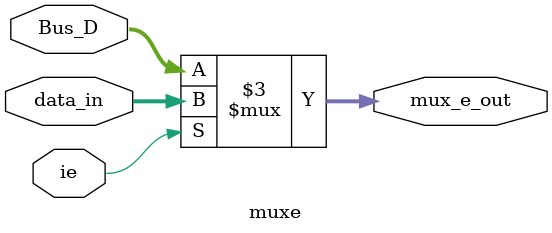
<source format=v>
`timescale 1ns / 1ps
module muxe (
input [7:0] Bus_D,
input [7:0] data_in,
input ie,
output reg [7:0]mux_e_out
);

always@(*)
begin
	if(ie)
		mux_e_out=data_in;
	else
		mux_e_out=Bus_D;
end
endmodule
</source>
